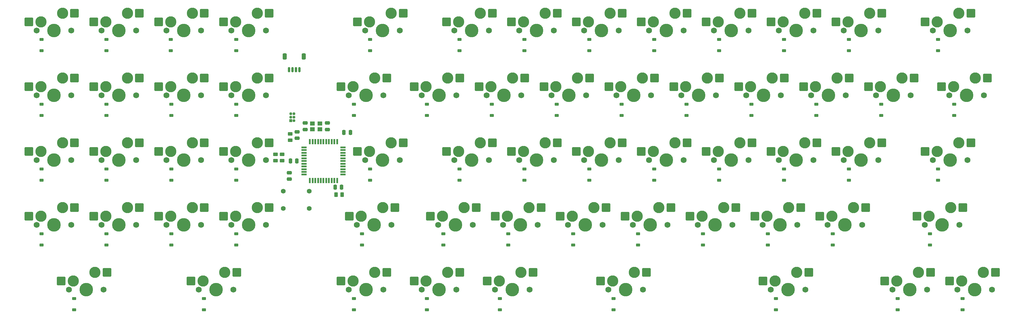
<source format=gbr>
%TF.GenerationSoftware,KiCad,Pcbnew,8.0.6*%
%TF.CreationDate,2024-12-20T15:57:00-07:00*%
%TF.ProjectId,tabesco-48,74616265-7363-46f2-9d34-382e6b696361,rev?*%
%TF.SameCoordinates,Original*%
%TF.FileFunction,Soldermask,Bot*%
%TF.FilePolarity,Negative*%
%FSLAX46Y46*%
G04 Gerber Fmt 4.6, Leading zero omitted, Abs format (unit mm)*
G04 Created by KiCad (PCBNEW 8.0.6) date 2024-12-20 15:57:00*
%MOMM*%
%LPD*%
G01*
G04 APERTURE LIST*
G04 Aperture macros list*
%AMRoundRect*
0 Rectangle with rounded corners*
0 $1 Rounding radius*
0 $2 $3 $4 $5 $6 $7 $8 $9 X,Y pos of 4 corners*
0 Add a 4 corners polygon primitive as box body*
4,1,4,$2,$3,$4,$5,$6,$7,$8,$9,$2,$3,0*
0 Add four circle primitives for the rounded corners*
1,1,$1+$1,$2,$3*
1,1,$1+$1,$4,$5*
1,1,$1+$1,$6,$7*
1,1,$1+$1,$8,$9*
0 Add four rect primitives between the rounded corners*
20,1,$1+$1,$2,$3,$4,$5,0*
20,1,$1+$1,$4,$5,$6,$7,0*
20,1,$1+$1,$6,$7,$8,$9,0*
20,1,$1+$1,$8,$9,$2,$3,0*%
G04 Aperture macros list end*
%ADD10RoundRect,0.225000X0.375000X-0.225000X0.375000X0.225000X-0.375000X0.225000X-0.375000X-0.225000X0*%
%ADD11C,1.750000*%
%ADD12C,3.987800*%
%ADD13C,3.300000*%
%ADD14RoundRect,0.250000X1.025000X1.000000X-1.025000X1.000000X-1.025000X-1.000000X1.025000X-1.000000X0*%
%ADD15RoundRect,0.250000X0.262500X0.450000X-0.262500X0.450000X-0.262500X-0.450000X0.262500X-0.450000X0*%
%ADD16RoundRect,0.250000X0.250000X0.475000X-0.250000X0.475000X-0.250000X-0.475000X0.250000X-0.475000X0*%
%ADD17RoundRect,0.250000X0.475000X-0.250000X0.475000X0.250000X-0.475000X0.250000X-0.475000X-0.250000X0*%
%ADD18R,1.500000X0.550000*%
%ADD19R,0.550000X1.500000*%
%ADD20R,1.400000X1.200000*%
%ADD21RoundRect,0.250000X-0.475000X0.250000X-0.475000X-0.250000X0.475000X-0.250000X0.475000X0.250000X0*%
%ADD22RoundRect,0.250000X-0.450000X0.262500X-0.450000X-0.262500X0.450000X-0.262500X0.450000X0.262500X0*%
%ADD23C,1.397000*%
%ADD24R,0.850000X0.850000*%
%ADD25O,0.850000X0.850000*%
%ADD26RoundRect,0.150000X-0.150000X-0.625000X0.150000X-0.625000X0.150000X0.625000X-0.150000X0.625000X0*%
%ADD27RoundRect,0.250000X-0.350000X-0.650000X0.350000X-0.650000X0.350000X0.650000X-0.350000X0.650000X0*%
%ADD28RoundRect,0.250000X0.450000X-0.262500X0.450000X0.262500X-0.450000X0.262500X-0.450000X-0.262500X0*%
G04 APERTURE END LIST*
D10*
%TO.C,D23*%
X316318998Y-134947623D03*
X316318998Y-131647623D03*
%TD*%
D11*
%TO.C,MX56*%
X229720873Y-186144498D03*
D12*
X224640873Y-186144498D03*
D11*
X219560873Y-186144498D03*
D13*
X220830873Y-183604498D03*
D14*
X217280873Y-183604498D03*
X230730873Y-181064498D03*
D13*
X227180873Y-181064498D03*
%TD*%
D11*
%TO.C,MX1*%
X135661498Y-109944498D03*
D12*
X130581498Y-109944498D03*
D11*
X125501498Y-109944498D03*
D13*
X126771498Y-107404498D03*
D14*
X123221498Y-107404498D03*
X136671498Y-104864498D03*
D13*
X133121498Y-104864498D03*
%TD*%
D10*
%TO.C,D0*%
X107959623Y-115897623D03*
X107959623Y-112597623D03*
%TD*%
D11*
%TO.C,MX59*%
X332114623Y-186144498D03*
D12*
X327034623Y-186144498D03*
D11*
X321954623Y-186144498D03*
D13*
X323224623Y-183604498D03*
D14*
X319674623Y-183604498D03*
X333124623Y-181064498D03*
D13*
X329574623Y-181064498D03*
%TD*%
D10*
%TO.C,D39*%
X371087748Y-153997623D03*
X371087748Y-150697623D03*
%TD*%
%TO.C,D56*%
X221068998Y-192097623D03*
X221068998Y-188797623D03*
%TD*%
%TO.C,D4*%
X204400248Y-115897623D03*
X204400248Y-112597623D03*
%TD*%
D15*
%TO.C,R3*%
X196182748Y-158170748D03*
X194357748Y-158170748D03*
%TD*%
D11*
%TO.C,MX46*%
X253533373Y-167094498D03*
D12*
X248453373Y-167094498D03*
D11*
X243373373Y-167094498D03*
D13*
X244643373Y-164554498D03*
D14*
X241093373Y-164554498D03*
X254543373Y-162014498D03*
D13*
X250993373Y-162014498D03*
%TD*%
D10*
%TO.C,D45*%
X225831498Y-173047623D03*
X225831498Y-169747623D03*
%TD*%
%TO.C,D36*%
X306793998Y-153997623D03*
X306793998Y-150697623D03*
%TD*%
D11*
%TO.C,MX2*%
X154711498Y-109944498D03*
D12*
X149631498Y-109944498D03*
D11*
X144551498Y-109944498D03*
D13*
X145821498Y-107404498D03*
D14*
X142271498Y-107404498D03*
X155721498Y-104864498D03*
D13*
X152171498Y-104864498D03*
%TD*%
D16*
%TO.C,C6*%
X182891500Y-148294500D03*
X180991500Y-148294500D03*
%TD*%
D11*
%TO.C,MX58*%
X284489623Y-186144498D03*
D12*
X279409623Y-186144498D03*
D11*
X274329623Y-186144498D03*
D13*
X275599623Y-183604498D03*
D14*
X272049623Y-183604498D03*
X285499623Y-181064498D03*
D13*
X281949623Y-181064498D03*
%TD*%
D10*
%TO.C,D52*%
X368706498Y-173047623D03*
X368706498Y-169747623D03*
%TD*%
%TO.C,D10*%
X325843998Y-115897623D03*
X325843998Y-112597623D03*
%TD*%
D11*
%TO.C,MX8*%
X296395873Y-109944498D03*
D12*
X291315873Y-109944498D03*
D11*
X286235873Y-109944498D03*
D13*
X287505873Y-107404498D03*
D14*
X283955873Y-107404498D03*
X297405873Y-104864498D03*
D13*
X293855873Y-104864498D03*
%TD*%
D11*
%TO.C,MX50*%
X329733373Y-167094498D03*
D12*
X324653373Y-167094498D03*
D11*
X319573373Y-167094498D03*
D13*
X320843373Y-164554498D03*
D14*
X317293373Y-164554498D03*
X330743373Y-162014498D03*
D13*
X327193373Y-162014498D03*
%TD*%
D10*
%TO.C,D30*%
X165109623Y-153997623D03*
X165109623Y-150697623D03*
%TD*%
%TO.C,D57*%
X242500248Y-192097623D03*
X242500248Y-188797623D03*
%TD*%
%TO.C,D34*%
X268693998Y-153997623D03*
X268693998Y-150697623D03*
%TD*%
%TO.C,D37*%
X325843998Y-153997623D03*
X325843998Y-150697623D03*
%TD*%
D11*
%TO.C,MX42*%
X154711498Y-167094498D03*
D12*
X149631498Y-167094498D03*
D11*
X144551498Y-167094498D03*
D13*
X145821498Y-164554498D03*
D14*
X142271498Y-164554498D03*
X155721498Y-162014498D03*
D13*
X152171498Y-162014498D03*
%TD*%
D11*
%TO.C,MX41*%
X135661498Y-167094498D03*
D12*
X130581498Y-167094498D03*
D11*
X125501498Y-167094498D03*
D13*
X126771498Y-164554498D03*
D14*
X123221498Y-164554498D03*
X136671498Y-162014498D03*
D13*
X133121498Y-162014498D03*
%TD*%
D11*
%TO.C,MX12*%
X379739623Y-109944498D03*
D12*
X374659623Y-109944498D03*
D11*
X369579623Y-109944498D03*
D13*
X370849623Y-107404498D03*
D14*
X367299623Y-107404498D03*
X380749623Y-104864498D03*
D13*
X377199623Y-104864498D03*
%TD*%
D11*
%TO.C,MX52*%
X377358373Y-167094498D03*
D12*
X372278373Y-167094498D03*
D11*
X367198373Y-167094498D03*
D13*
X368468373Y-164554498D03*
D14*
X364918373Y-164554498D03*
X378368373Y-162014498D03*
D13*
X374818373Y-162014498D03*
%TD*%
D10*
%TO.C,D44*%
X202018998Y-173047623D03*
X202018998Y-169747623D03*
%TD*%
%TO.C,D41*%
X127009623Y-173047623D03*
X127009623Y-169747623D03*
%TD*%
%TO.C,D33*%
X249643998Y-153997623D03*
X249643998Y-150697623D03*
%TD*%
%TO.C,D40*%
X107959623Y-173047623D03*
X107959623Y-169747623D03*
%TD*%
%TO.C,D24*%
X335368998Y-134947623D03*
X335368998Y-131647623D03*
%TD*%
D11*
%TO.C,MX40*%
X116611498Y-167094498D03*
D12*
X111531498Y-167094498D03*
D11*
X106451498Y-167094498D03*
D13*
X107721498Y-164554498D03*
D14*
X104171498Y-164554498D03*
X117621498Y-162014498D03*
D13*
X114071498Y-162014498D03*
%TD*%
D10*
%TO.C,D5*%
X230593998Y-115897623D03*
X230593998Y-112597623D03*
%TD*%
%TO.C,D59*%
X323462748Y-192097623D03*
X323462748Y-188797623D03*
%TD*%
D17*
%TO.C,C5*%
X185345248Y-139050748D03*
X185345248Y-137150748D03*
%TD*%
D11*
%TO.C,MX54*%
X164236498Y-186144498D03*
D12*
X159156498Y-186144498D03*
D11*
X154076498Y-186144498D03*
D13*
X155346498Y-183604498D03*
D14*
X151796498Y-183604498D03*
X165246498Y-181064498D03*
D13*
X161696498Y-181064498D03*
%TD*%
D11*
%TO.C,MX35*%
X296395873Y-148044498D03*
D12*
X291315873Y-148044498D03*
D11*
X286235873Y-148044498D03*
D13*
X287505873Y-145504498D03*
D14*
X283955873Y-145504498D03*
X297405873Y-142964498D03*
D13*
X293855873Y-142964498D03*
%TD*%
D11*
%TO.C,MX28*%
X135661498Y-148044498D03*
D12*
X130581498Y-148044498D03*
D11*
X125501498Y-148044498D03*
D13*
X126771498Y-145504498D03*
D14*
X123221498Y-145504498D03*
X136671498Y-142964498D03*
D13*
X133121498Y-142964498D03*
%TD*%
D10*
%TO.C,D6*%
X249643998Y-115897623D03*
X249643998Y-112597623D03*
%TD*%
D16*
%TO.C,C0*%
X198589000Y-139946375D03*
X196689000Y-139946375D03*
%TD*%
D18*
%TO.C,U1*%
X184990248Y-152320748D03*
X184990248Y-151520748D03*
X184990248Y-150720748D03*
X184990248Y-149920748D03*
X184990248Y-149120748D03*
X184990248Y-148320748D03*
X184990248Y-147520748D03*
X184990248Y-146720748D03*
X184990248Y-145920748D03*
X184990248Y-145120748D03*
X184990248Y-144320748D03*
D19*
X186690248Y-142620748D03*
X187490248Y-142620748D03*
X188290248Y-142620748D03*
X189090248Y-142620748D03*
X189890248Y-142620748D03*
X190690248Y-142620748D03*
X191490248Y-142620748D03*
X192290248Y-142620748D03*
X193090248Y-142620748D03*
X193890248Y-142620748D03*
X194690248Y-142620748D03*
D18*
X196390248Y-144320748D03*
X196390248Y-145120748D03*
X196390248Y-145920748D03*
X196390248Y-146720748D03*
X196390248Y-147520748D03*
X196390248Y-148320748D03*
X196390248Y-149120748D03*
X196390248Y-149920748D03*
X196390248Y-150720748D03*
X196390248Y-151520748D03*
X196390248Y-152320748D03*
D19*
X194690248Y-154020748D03*
X193890248Y-154020748D03*
X193090248Y-154020748D03*
X192290248Y-154020748D03*
X191490248Y-154020748D03*
X190690248Y-154020748D03*
X189890248Y-154020748D03*
X189090248Y-154020748D03*
X188290248Y-154020748D03*
X187490248Y-154020748D03*
X186690248Y-154020748D03*
%TD*%
D10*
%TO.C,D51*%
X340131498Y-173047623D03*
X340131498Y-169747623D03*
%TD*%
%TO.C,D1*%
X127009623Y-115897623D03*
X127009623Y-112597623D03*
%TD*%
%TO.C,D3*%
X165109623Y-115897623D03*
X165109623Y-112597623D03*
%TD*%
D20*
%TO.C,Y0*%
X189665248Y-138950748D03*
X187465248Y-138950748D03*
X187465248Y-137250748D03*
X189665248Y-137250748D03*
%TD*%
D11*
%TO.C,MX23*%
X324970873Y-128994498D03*
D12*
X319890873Y-128994498D03*
D11*
X314810873Y-128994498D03*
D13*
X316080873Y-126454498D03*
D14*
X312530873Y-126454498D03*
X325980873Y-123914498D03*
D13*
X322430873Y-123914498D03*
%TD*%
D10*
%TO.C,D43*%
X165109623Y-173047623D03*
X165109623Y-169747623D03*
%TD*%
%TO.C,D11*%
X344893998Y-115897623D03*
X344893998Y-112597623D03*
%TD*%
D11*
%TO.C,MX11*%
X353545873Y-109944498D03*
D12*
X348465873Y-109944498D03*
D11*
X343385873Y-109944498D03*
D13*
X344655873Y-107404498D03*
D14*
X341105873Y-107404498D03*
X354555873Y-104864498D03*
D13*
X351005873Y-104864498D03*
%TD*%
D11*
%TO.C,MX7*%
X277345873Y-109944498D03*
D12*
X272265873Y-109944498D03*
D11*
X267185873Y-109944498D03*
D13*
X268455873Y-107404498D03*
D14*
X264905873Y-107404498D03*
X278355873Y-104864498D03*
D13*
X274805873Y-104864498D03*
%TD*%
D10*
%TO.C,D17*%
X199637748Y-134947623D03*
X199637748Y-131647623D03*
%TD*%
D11*
%TO.C,MX47*%
X272583373Y-167094498D03*
D12*
X267503373Y-167094498D03*
D11*
X262423373Y-167094498D03*
D13*
X263693373Y-164554498D03*
D14*
X260143373Y-164554498D03*
X273593373Y-162014498D03*
D13*
X270043373Y-162014498D03*
%TD*%
D11*
%TO.C,MX16*%
X173761498Y-128994498D03*
D12*
X168681498Y-128994498D03*
D11*
X163601498Y-128994498D03*
D13*
X164871498Y-126454498D03*
D14*
X161321498Y-126454498D03*
X174771498Y-123914498D03*
D13*
X171221498Y-123914498D03*
%TD*%
D11*
%TO.C,MX18*%
X229720873Y-128994498D03*
D12*
X224640873Y-128994498D03*
D11*
X219560873Y-128994498D03*
D13*
X220830873Y-126454498D03*
D14*
X217280873Y-126454498D03*
X230730873Y-123914498D03*
D13*
X227180873Y-123914498D03*
%TD*%
D10*
%TO.C,D46*%
X244881498Y-173047623D03*
X244881498Y-169747623D03*
%TD*%
D11*
%TO.C,MX33*%
X258295873Y-148044498D03*
D12*
X253215873Y-148044498D03*
D11*
X248135873Y-148044498D03*
D13*
X249405873Y-145504498D03*
D14*
X245855873Y-145504498D03*
X259305873Y-142964498D03*
D13*
X255755873Y-142964498D03*
%TD*%
D11*
%TO.C,MX21*%
X286870873Y-128994498D03*
D12*
X281790873Y-128994498D03*
D11*
X276710873Y-128994498D03*
D13*
X277980873Y-126454498D03*
D14*
X274430873Y-126454498D03*
X287880873Y-123914498D03*
D13*
X284330873Y-123914498D03*
%TD*%
D11*
%TO.C,MX43*%
X173761498Y-167094498D03*
D12*
X168681498Y-167094498D03*
D11*
X163601498Y-167094498D03*
D13*
X164871498Y-164554498D03*
D14*
X161321498Y-164554498D03*
X174771498Y-162014498D03*
D13*
X171221498Y-162014498D03*
%TD*%
D11*
%TO.C,MX26*%
X384502123Y-128994498D03*
D12*
X379422123Y-128994498D03*
D11*
X374342123Y-128994498D03*
D13*
X375612123Y-126454498D03*
D14*
X372062123Y-126454498D03*
X385512123Y-123914498D03*
D13*
X381962123Y-123914498D03*
%TD*%
D21*
%TO.C,C3*%
X180650248Y-151770748D03*
X180650248Y-153670748D03*
%TD*%
D22*
%TO.C,R0*%
X180919258Y-140341738D03*
X180919258Y-142166738D03*
%TD*%
D11*
%TO.C,MX48*%
X291633373Y-167094498D03*
D12*
X286553373Y-167094498D03*
D11*
X281473373Y-167094498D03*
D13*
X282743373Y-164554498D03*
D14*
X279193373Y-164554498D03*
X292643373Y-162014498D03*
D13*
X289093373Y-162014498D03*
%TD*%
D10*
%TO.C,D18*%
X221068998Y-134947623D03*
X221068998Y-131647623D03*
%TD*%
D11*
%TO.C,MX20*%
X267820873Y-128994498D03*
D12*
X262740873Y-128994498D03*
D11*
X257660873Y-128994498D03*
D13*
X258930873Y-126454498D03*
D14*
X255380873Y-126454498D03*
X268830873Y-123914498D03*
D13*
X265280873Y-123914498D03*
%TD*%
D10*
%TO.C,D53*%
X117484623Y-192097623D03*
X117484623Y-188797623D03*
%TD*%
%TO.C,D12*%
X371087748Y-115897623D03*
X371087748Y-112597623D03*
%TD*%
D16*
%TO.C,C2*%
X195990248Y-156030748D03*
X194090248Y-156030748D03*
%TD*%
D10*
%TO.C,D14*%
X127009623Y-134947623D03*
X127009623Y-131647623D03*
%TD*%
D11*
%TO.C,MX51*%
X348783373Y-167094498D03*
D12*
X343703373Y-167094498D03*
D11*
X338623373Y-167094498D03*
D13*
X339893373Y-164554498D03*
D14*
X336343373Y-164554498D03*
X349793373Y-162014498D03*
D13*
X346243373Y-162014498D03*
%TD*%
D11*
%TO.C,MX53*%
X126136498Y-186144498D03*
D12*
X121056498Y-186144498D03*
D11*
X115976498Y-186144498D03*
D13*
X117246498Y-183604498D03*
D14*
X113696498Y-183604498D03*
X127146498Y-181064498D03*
D13*
X123596498Y-181064498D03*
%TD*%
D11*
%TO.C,MX0*%
X116611498Y-109944498D03*
D12*
X111531498Y-109944498D03*
D11*
X106451498Y-109944498D03*
D13*
X107721498Y-107404498D03*
D14*
X104171498Y-107404498D03*
X117621498Y-104864498D03*
D13*
X114071498Y-104864498D03*
%TD*%
D11*
%TO.C,MX38*%
X353545873Y-148044498D03*
D12*
X348465873Y-148044498D03*
D11*
X343385873Y-148044498D03*
D13*
X344655873Y-145504498D03*
D14*
X341105873Y-145504498D03*
X354555873Y-142964498D03*
D13*
X351005873Y-142964498D03*
%TD*%
D17*
%TO.C,C1*%
X182979258Y-141634238D03*
X182979258Y-139734238D03*
%TD*%
D11*
%TO.C,MX36*%
X315445873Y-148044498D03*
D12*
X310365873Y-148044498D03*
D11*
X305285873Y-148044498D03*
D13*
X306555873Y-145504498D03*
D14*
X303005873Y-145504498D03*
X316455873Y-142964498D03*
D13*
X312905873Y-142964498D03*
%TD*%
D11*
%TO.C,MX13*%
X116611498Y-128994498D03*
D12*
X111531498Y-128994498D03*
D11*
X106451498Y-128994498D03*
D13*
X107721498Y-126454498D03*
D14*
X104171498Y-126454498D03*
X117621498Y-123914498D03*
D13*
X114071498Y-123914498D03*
%TD*%
D11*
%TO.C,MX57*%
X251152123Y-186144498D03*
D12*
X246072123Y-186144498D03*
D11*
X240992123Y-186144498D03*
D13*
X242262123Y-183604498D03*
D14*
X238712123Y-183604498D03*
X252162123Y-181064498D03*
D13*
X248612123Y-181064498D03*
%TD*%
D11*
%TO.C,MX15*%
X154711498Y-128994498D03*
D12*
X149631498Y-128994498D03*
D11*
X144551498Y-128994498D03*
D13*
X145821498Y-126454498D03*
D14*
X142271498Y-126454498D03*
X155721498Y-123914498D03*
D13*
X152171498Y-123914498D03*
%TD*%
D10*
%TO.C,D27*%
X107959623Y-153997623D03*
X107959623Y-150697623D03*
%TD*%
D23*
%TO.C,SW0*%
X178890248Y-162250748D03*
X186510248Y-162250748D03*
X178890248Y-157170748D03*
X186510248Y-157170748D03*
%TD*%
D11*
%TO.C,MX24*%
X344020873Y-128994498D03*
D12*
X338940873Y-128994498D03*
D11*
X333860873Y-128994498D03*
D13*
X335130873Y-126454498D03*
D14*
X331580873Y-126454498D03*
X345030873Y-123914498D03*
D13*
X341480873Y-123914498D03*
%TD*%
D10*
%TO.C,D31*%
X204400248Y-153997623D03*
X204400248Y-150697623D03*
%TD*%
D11*
%TO.C,MX17*%
X208289623Y-128994498D03*
D12*
X203209623Y-128994498D03*
D11*
X198129623Y-128994498D03*
D13*
X199399623Y-126454498D03*
D14*
X195849623Y-126454498D03*
X209299623Y-123914498D03*
D13*
X205749623Y-123914498D03*
%TD*%
D21*
%TO.C,C4*%
X191795248Y-137150748D03*
X191795248Y-139050748D03*
%TD*%
D11*
%TO.C,MX19*%
X248770873Y-128994498D03*
D12*
X243690873Y-128994498D03*
D11*
X238610873Y-128994498D03*
D13*
X239880873Y-126454498D03*
D14*
X236330873Y-126454498D03*
X249780873Y-123914498D03*
D13*
X246230873Y-123914498D03*
%TD*%
D10*
%TO.C,D25*%
X354418998Y-134947623D03*
X354418998Y-131647623D03*
%TD*%
D11*
%TO.C,MX14*%
X135661498Y-128994498D03*
D12*
X130581498Y-128994498D03*
D11*
X125501498Y-128994498D03*
D13*
X126771498Y-126454498D03*
D14*
X123221498Y-126454498D03*
X136671498Y-123914498D03*
D13*
X133121498Y-123914498D03*
%TD*%
D10*
%TO.C,D16*%
X165109623Y-134947623D03*
X165109623Y-131647623D03*
%TD*%
D11*
%TO.C,MX39*%
X379739623Y-148044498D03*
D12*
X374659623Y-148044498D03*
D11*
X369579623Y-148044498D03*
D13*
X370849623Y-145504498D03*
D14*
X367299623Y-145504498D03*
X380749623Y-142964498D03*
D13*
X377199623Y-142964498D03*
%TD*%
D10*
%TO.C,D28*%
X127009623Y-153997623D03*
X127009623Y-150697623D03*
%TD*%
%TO.C,D9*%
X306793998Y-115897623D03*
X306793998Y-112597623D03*
%TD*%
D24*
%TO.C,J0*%
X181049258Y-136404238D03*
D25*
X182049258Y-136404238D03*
X181049258Y-135404238D03*
X182049258Y-135404238D03*
X181049258Y-134404238D03*
X182049258Y-134404238D03*
%TD*%
D10*
%TO.C,D15*%
X146059623Y-134947623D03*
X146059623Y-131647623D03*
%TD*%
%TO.C,D61*%
X378231498Y-192097623D03*
X378231498Y-188797623D03*
%TD*%
D11*
%TO.C,MX9*%
X315445873Y-109944498D03*
D12*
X310365873Y-109944498D03*
D11*
X305285873Y-109944498D03*
D13*
X306555873Y-107404498D03*
D14*
X303005873Y-107404498D03*
X316455873Y-104864498D03*
D13*
X312905873Y-104864498D03*
%TD*%
D11*
%TO.C,MX27*%
X116611498Y-148044498D03*
D12*
X111531498Y-148044498D03*
D11*
X106451498Y-148044498D03*
D13*
X107721498Y-145504498D03*
D14*
X104171498Y-145504498D03*
X117621498Y-142964498D03*
D13*
X114071498Y-142964498D03*
%TD*%
D10*
%TO.C,D8*%
X287743998Y-115897623D03*
X287743998Y-112597623D03*
%TD*%
D11*
%TO.C,MX25*%
X363070873Y-128994498D03*
D12*
X357990873Y-128994498D03*
D11*
X352910873Y-128994498D03*
D13*
X354180873Y-126454498D03*
D14*
X350630873Y-126454498D03*
X364080873Y-123914498D03*
D13*
X360530873Y-123914498D03*
%TD*%
D10*
%TO.C,D50*%
X321081498Y-173047623D03*
X321081498Y-169747623D03*
%TD*%
D11*
%TO.C,MX32*%
X239245873Y-148044498D03*
D12*
X234165873Y-148044498D03*
D11*
X229085873Y-148044498D03*
D13*
X230355873Y-145504498D03*
D14*
X226805873Y-145504498D03*
X240255873Y-142964498D03*
D13*
X236705873Y-142964498D03*
%TD*%
D11*
%TO.C,MX29*%
X154711498Y-148044498D03*
D12*
X149631498Y-148044498D03*
D11*
X144551498Y-148044498D03*
D13*
X145821498Y-145504498D03*
D14*
X142271498Y-145504498D03*
X155721498Y-142964498D03*
D13*
X152171498Y-142964498D03*
%TD*%
D10*
%TO.C,D55*%
X199637748Y-192097623D03*
X199637748Y-188797623D03*
%TD*%
D11*
%TO.C,MX55*%
X208289623Y-186144498D03*
D12*
X203209623Y-186144498D03*
D11*
X198129623Y-186144498D03*
D13*
X199399623Y-183604498D03*
D14*
X195849623Y-183604498D03*
X209299623Y-181064498D03*
D13*
X205749623Y-181064498D03*
%TD*%
D11*
%TO.C,MX4*%
X213052123Y-109944498D03*
D12*
X207972123Y-109944498D03*
D11*
X202892123Y-109944498D03*
D13*
X204162123Y-107404498D03*
D14*
X200612123Y-107404498D03*
X214062123Y-104864498D03*
D13*
X210512123Y-104864498D03*
%TD*%
D10*
%TO.C,D47*%
X263931498Y-173047623D03*
X263931498Y-169747623D03*
%TD*%
D11*
%TO.C,MX31*%
X213052123Y-148044498D03*
D12*
X207972123Y-148044498D03*
D11*
X202892123Y-148044498D03*
D13*
X204162123Y-145504498D03*
D14*
X200612123Y-145504498D03*
X214062123Y-142964498D03*
D13*
X210512123Y-142964498D03*
%TD*%
D11*
%TO.C,MX60*%
X367833373Y-186144498D03*
D12*
X362753373Y-186144498D03*
D11*
X357673373Y-186144498D03*
D13*
X358943373Y-183604498D03*
D14*
X355393373Y-183604498D03*
X368843373Y-181064498D03*
D13*
X365293373Y-181064498D03*
%TD*%
D10*
%TO.C,D2*%
X145821498Y-115897623D03*
X145821498Y-112597623D03*
%TD*%
%TO.C,D22*%
X297268998Y-134947623D03*
X297268998Y-131647623D03*
%TD*%
D11*
%TO.C,MX34*%
X277345873Y-148044498D03*
D12*
X272265873Y-148044498D03*
D11*
X267185873Y-148044498D03*
D13*
X268455873Y-145504498D03*
D14*
X264905873Y-145504498D03*
X278355873Y-142964498D03*
D13*
X274805873Y-142964498D03*
%TD*%
D10*
%TO.C,D26*%
X375850248Y-134947623D03*
X375850248Y-131647623D03*
%TD*%
D11*
%TO.C,MX3*%
X173761498Y-109944498D03*
D12*
X168681498Y-109944498D03*
D11*
X163601498Y-109944498D03*
D13*
X164871498Y-107404498D03*
D14*
X161321498Y-107404498D03*
X174771498Y-104864498D03*
D13*
X171221498Y-104864498D03*
%TD*%
D10*
%TO.C,D35*%
X287743998Y-153997623D03*
X287743998Y-150697623D03*
%TD*%
%TO.C,D42*%
X146059623Y-173047623D03*
X146059623Y-169747623D03*
%TD*%
D11*
%TO.C,MX5*%
X239245873Y-109944498D03*
D12*
X234165873Y-109944498D03*
D11*
X229085873Y-109944498D03*
D13*
X230355873Y-107404498D03*
D14*
X226805873Y-107404498D03*
X240255873Y-104864498D03*
D13*
X236705873Y-104864498D03*
%TD*%
D11*
%TO.C,MX45*%
X234483373Y-167094498D03*
D12*
X229403373Y-167094498D03*
D11*
X224323373Y-167094498D03*
D13*
X225593373Y-164554498D03*
D14*
X222043373Y-164554498D03*
X235493373Y-162014498D03*
D13*
X231943373Y-162014498D03*
%TD*%
D11*
%TO.C,MX44*%
X210670873Y-167094498D03*
D12*
X205590873Y-167094498D03*
D11*
X200510873Y-167094498D03*
D13*
X201780873Y-164554498D03*
D14*
X198230873Y-164554498D03*
X211680873Y-162014498D03*
D13*
X208130873Y-162014498D03*
%TD*%
D10*
%TO.C,D20*%
X259168998Y-134947623D03*
X259168998Y-131647623D03*
%TD*%
D11*
%TO.C,MX37*%
X334495873Y-148044498D03*
D12*
X329415873Y-148044498D03*
D11*
X324335873Y-148044498D03*
D13*
X325605873Y-145504498D03*
D14*
X322055873Y-145504498D03*
X335505873Y-142964498D03*
D13*
X331955873Y-142964498D03*
%TD*%
D11*
%TO.C,MX61*%
X386883373Y-186144498D03*
D12*
X381803373Y-186144498D03*
D11*
X376723373Y-186144498D03*
D13*
X377993373Y-183604498D03*
D14*
X374443373Y-183604498D03*
X387893373Y-181064498D03*
D13*
X384343373Y-181064498D03*
%TD*%
D10*
%TO.C,D21*%
X278218998Y-134947623D03*
X278218998Y-131647623D03*
%TD*%
D11*
%TO.C,MX6*%
X258295873Y-109944498D03*
D12*
X253215873Y-109944498D03*
D11*
X248135873Y-109944498D03*
D13*
X249405873Y-107404498D03*
D14*
X245855873Y-107404498D03*
X259305873Y-104864498D03*
D13*
X255755873Y-104864498D03*
%TD*%
D11*
%TO.C,MX10*%
X334495873Y-109944498D03*
D12*
X329415873Y-109944498D03*
D11*
X324335873Y-109944498D03*
D13*
X325605873Y-107404498D03*
D14*
X322055873Y-107404498D03*
X335505873Y-104864498D03*
D13*
X331955873Y-104864498D03*
%TD*%
D10*
%TO.C,D48*%
X282981498Y-173047623D03*
X282981498Y-169747623D03*
%TD*%
%TO.C,D58*%
X275837748Y-192097623D03*
X275837748Y-188797623D03*
%TD*%
%TO.C,D19*%
X240118998Y-134947623D03*
X240118998Y-131647623D03*
%TD*%
%TO.C,D7*%
X268693998Y-115897623D03*
X268693998Y-112597623D03*
%TD*%
D22*
%TO.C,R1*%
X178521500Y-146372000D03*
X178521500Y-148197000D03*
%TD*%
D10*
%TO.C,D54*%
X155584623Y-192097623D03*
X155584623Y-188797623D03*
%TD*%
D11*
%TO.C,MX49*%
X310683373Y-167094498D03*
D12*
X305603373Y-167094498D03*
D11*
X300523373Y-167094498D03*
D13*
X301793373Y-164554498D03*
D14*
X298243373Y-164554498D03*
X311693373Y-162014498D03*
D13*
X308143373Y-162014498D03*
%TD*%
D10*
%TO.C,D38*%
X344893998Y-153997623D03*
X344893998Y-150697623D03*
%TD*%
D11*
%TO.C,MX30*%
X173761498Y-148044498D03*
D12*
X168681498Y-148044498D03*
D11*
X163601498Y-148044498D03*
D13*
X164871498Y-145504498D03*
D14*
X161321498Y-145504498D03*
X174771498Y-142964498D03*
D13*
X171221498Y-142964498D03*
%TD*%
D26*
%TO.C,J1*%
X180601500Y-121474500D03*
X181601500Y-121474500D03*
X182601500Y-121474500D03*
X183601500Y-121474500D03*
D27*
X179301500Y-117599500D03*
X184901500Y-117599500D03*
%TD*%
D10*
%TO.C,D32*%
X230593998Y-153997623D03*
X230593998Y-150697623D03*
%TD*%
D11*
%TO.C,MX22*%
X305920873Y-128994498D03*
D12*
X300840873Y-128994498D03*
D11*
X295760873Y-128994498D03*
D13*
X297030873Y-126454498D03*
D14*
X293480873Y-126454498D03*
X306930873Y-123914498D03*
D13*
X303380873Y-123914498D03*
%TD*%
D10*
%TO.C,D13*%
X107959623Y-134947623D03*
X107959623Y-131647623D03*
%TD*%
%TO.C,D29*%
X146059623Y-153997623D03*
X146059623Y-150697623D03*
%TD*%
%TO.C,D49*%
X302031498Y-173047623D03*
X302031498Y-169747623D03*
%TD*%
%TO.C,D60*%
X359181498Y-192097623D03*
X359181498Y-188797623D03*
%TD*%
D28*
%TO.C,R2*%
X176591500Y-148194500D03*
X176591500Y-146369500D03*
%TD*%
M02*

</source>
